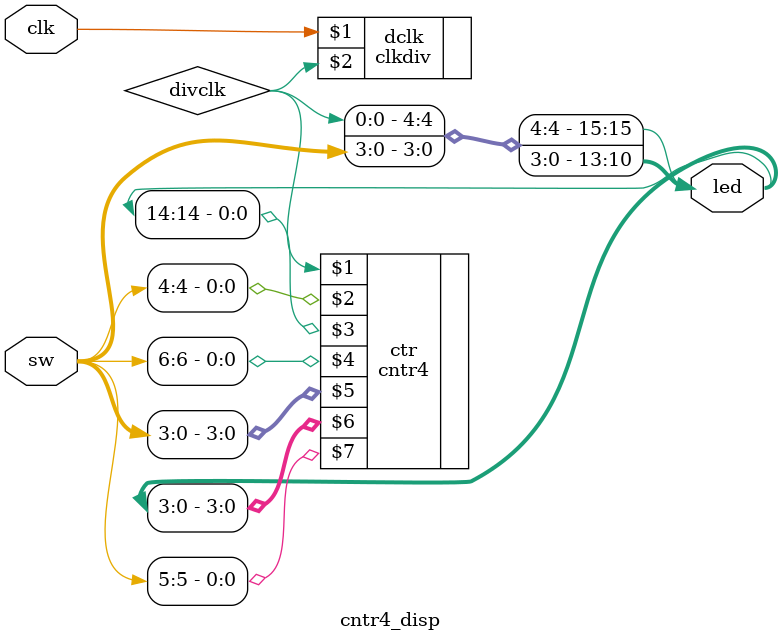
<source format=v>
`timescale 1ns / 1ps

// SW [0-3] SET [4] CLR [5] ISUP [6] LD
//LED [0-3] SET [NOFUNCTION] [10-13] NUM [14] CARRY [15] CLK

module cntr4_disp(
    clk,led,sw
    );
    input clk;
    input [6:0] sw;
    output [15:0] led;
    wire divclk;
    assign led[15] = divclk;
    assign led[13:10] = sw[3:0];
    clkdiv dclk(clk,divclk);
    cntr4 ctr(divclk, sw[4], led[14], sw[6], sw[3:0], led[3:0], sw[5]);
endmodule 
 
</source>
